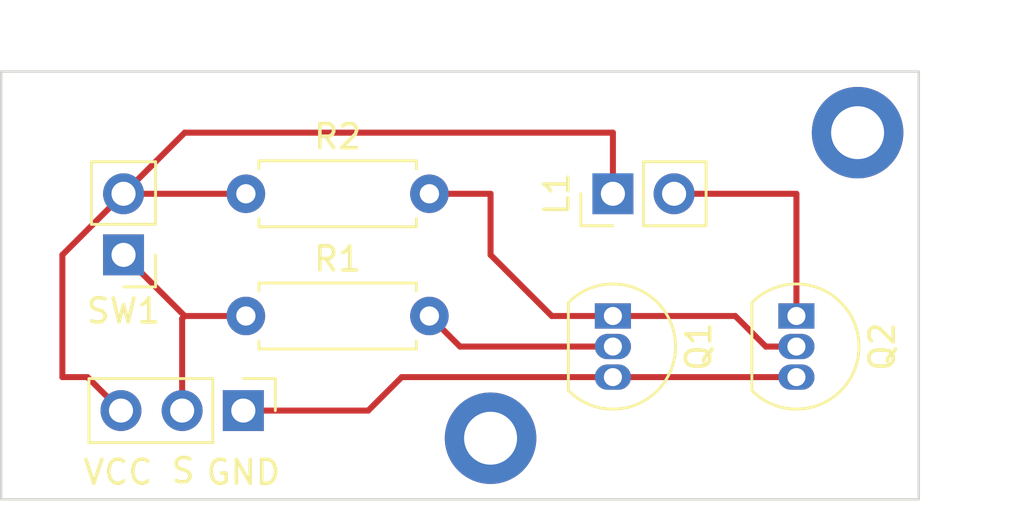
<source format=kicad_pcb>
(kicad_pcb (version 20211014) (generator pcbnew)
  (layers (0 "F.Cu" signal) (31 "B.Cu" signal) (34 "B.Paste" user) (35 "F.Paste" user) (36 "B.SilkS" user "B.Silkscreen") (37 "F.SilkS" user "F.Silkscreen") (38 "B.Mask" user) (39 "F.Mask" user) (44 "Edge.Cuts" user))
  (net 0 "")
  (net 1 "Net-(J1-Pad1)")
  (net 2 "Net-(J1-Pad2)")
  (net 3 "Net-(J1-Pad3)")
  (net 4 "Net-(L1-Pad2)")
  (net 5 "Net-(Q1-Pad1)")
  (net 6 "Net-(Q1-Pad2)")
  (footprint "Connector_PinHeader_2.54mm:PinHeader_1x03_P2.54mm_Vertical" (layer "F.Cu") (at 119.273403 100.450892 -90)
    (fp_text reference "J1" hide)
    (fp_text value "Conn_01x03")
    (fp_line (start -1.33 -1.33) (end 0 -1.33) (layer "F.SilkS") (width 0.12))
    (fp_line (start 1.33 1.27) (end 1.33 6.41) (layer "F.SilkS") (width 0.12))
    (fp_line (start -1.33 1.27) (end -1.33 6.41) (layer "F.SilkS") (width 0.12))
    (fp_line (start -1.33 0) (end -1.33 -1.33) (layer "F.SilkS") (width 0.12))
    (fp_line (start -1.33 6.41) (end 1.33 6.41) (layer "F.SilkS") (width 0.12))
    (fp_line (start -1.33 1.27) (end 1.33 1.27) (layer "F.SilkS") (width 0.12))
    (pad "1" thru_hole rect (at 0 0 270) (size 1.7 1.7) (drill 1) (layers *.Cu *.Mask) (net 1 "Net-(J1-Pad1)"))
    (pad "2" thru_hole oval (at 0 2.54 270) (size 1.7 1.7) (drill 1) (layers *.Cu *.Mask) (net 2 "Net-(J1-Pad2)"))
    (pad "3" thru_hole oval (at 0 5.08 270) (size 1.7 1.7) (drill 1) (layers *.Cu *.Mask) (net 3 "Net-(J1-Pad3)"))
  )
  (footprint "Package_TO_SOT_THT:TO-92_Inline" (layer "F.Cu") (at 134.62 96.52 -90)
    (fp_text reference "Q1" (at 1.27 -3.56 90) (layer "F.SilkS"))
    (fp_text value "BC547")
    (fp_line (start -0.53 1.85) (end 3.07 1.85) (layer "F.SilkS") (width 0.12))
    (fp_arc (start 1.27 -2.6) (mid 3.672087 -0.994977) (end 3.108478 1.838478) (layer "F.SilkS") (width 0.12))
    (fp_arc (start -0.568478 1.838478) (mid -1.132087 -0.994977) (end 1.27 -2.6) (layer "F.SilkS") (width 0.12))
    (pad "1" thru_hole rect (at 0 0 270) (size 1.05 1.5) (drill 0.75) (layers *.Cu *.Mask) (net 5 "Net-(Q1-Pad1)"))
    (pad "2" thru_hole oval (at 1.27 0 270) (size 1.05 1.5) (drill 0.75) (layers *.Cu *.Mask) (net 6 "Net-(Q1-Pad2)"))
    (pad "3" thru_hole oval (at 2.54 0 270) (size 1.05 1.5) (drill 0.75) (layers *.Cu *.Mask) (net 1 "Net-(J1-Pad1)"))
  )
  (footprint "MountingHole:MountingHole_2.2mm_M2_DIN965_Pad" (layer "F.Cu") (at 144.78 88.9)
    (fp_text reference "H2" hide)
    (fp_text value "MountingHole_Pad")
    (pad "1" thru_hole circle (at 0 0) (size 3.8 3.8) (drill 2.2) (layers *.Cu *.Mask))
  )
  (footprint "Connector_PinHeader_2.54mm:PinHeader_1x02_P2.54mm_Vertical" (layer "F.Cu") (at 134.62 91.44 90)
    (fp_text reference "L1" (at 0 -2.33 90) (layer "F.SilkS"))
    (fp_text value "ElectromagneticActor")
    (fp_line (start -1.33 3.87) (end 1.33 3.87) (layer "F.SilkS") (width 0.12))
    (fp_line (start -1.33 1.27) (end -1.33 3.87) (layer "F.SilkS") (width 0.12))
    (fp_line (start 1.33 1.27) (end 1.33 3.87) (layer "F.SilkS") (width 0.12))
    (fp_line (start -1.33 1.27) (end 1.33 1.27) (layer "F.SilkS") (width 0.12))
    (fp_line (start -1.33 0) (end -1.33 -1.33) (layer "F.SilkS") (width 0.12))
    (fp_line (start -1.33 -1.33) (end 0 -1.33) (layer "F.SilkS") (width 0.12))
    (pad "1" thru_hole rect (at 0 0 90) (size 1.7 1.7) (drill 1) (layers *.Cu *.Mask) (net 3 "Net-(J1-Pad3)"))
    (pad "2" thru_hole oval (at 0 2.54 90) (size 1.7 1.7) (drill 1) (layers *.Cu *.Mask) (net 4 "Net-(L1-Pad2)"))
  )
  (footprint "MountingHole:MountingHole_2.2mm_M2_DIN965_Pad" (layer "F.Cu") (at 129.54 101.6)
    (fp_text reference "H1" hide)
    (fp_text value "MountingHole_Pad")
    (pad "1" thru_hole circle (at 0 0) (size 3.8 3.8) (drill 2.2) (layers *.Cu *.Mask))
  )
  (footprint "Connector_PinHeader_2.54mm:PinHeader_1x02_P2.54mm_Vertical" (layer "F.Cu") (at 114.3 93.98 180)
    (fp_text reference "SW1" (at 0 -2.33) (layer "F.SilkS"))
    (fp_text value "SW_DIP_x01")
    (fp_line (start -1.33 0) (end -1.33 -1.33) (layer "F.SilkS") (width 0.12))
    (fp_line (start 1.33 1.27) (end 1.33 3.87) (layer "F.SilkS") (width 0.12))
    (fp_line (start -1.33 1.27) (end 1.33 1.27) (layer "F.SilkS") (width 0.12))
    (fp_line (start -1.33 -1.33) (end 0 -1.33) (layer "F.SilkS") (width 0.12))
    (fp_line (start -1.33 3.87) (end 1.33 3.87) (layer "F.SilkS") (width 0.12))
    (fp_line (start -1.33 1.27) (end -1.33 3.87) (layer "F.SilkS") (width 0.12))
    (pad "1" thru_hole rect (at 0 0 180) (size 1.7 1.7) (drill 1) (layers *.Cu *.Mask) (net 2 "Net-(J1-Pad2)"))
    (pad "2" thru_hole oval (at 0 2.54 180) (size 1.7 1.7) (drill 1) (layers *.Cu *.Mask) (net 3 "Net-(J1-Pad3)"))
  )
  (footprint "Resistor_THT:R_Axial_DIN0207_L6.3mm_D2.5mm_P7.62mm_Horizontal" (layer "F.Cu") (at 119.38 96.52)
    (fp_text reference "R1" (at 3.81 -2.37) (layer "F.SilkS"))
    (fp_text value "1k")
    (fp_line (start 7.08 -1.37) (end 7.08 -1.04) (layer "F.SilkS") (width 0.12))
    (fp_line (start 0.54 1.37) (end 7.08 1.37) (layer "F.SilkS") (width 0.12))
    (fp_line (start 0.54 -1.04) (end 0.54 -1.37) (layer "F.SilkS") (width 0.12))
    (fp_line (start 0.54 1.04) (end 0.54 1.37) (layer "F.SilkS") (width 0.12))
    (fp_line (start 0.54 -1.37) (end 7.08 -1.37) (layer "F.SilkS") (width 0.12))
    (fp_line (start 7.08 1.37) (end 7.08 1.04) (layer "F.SilkS") (width 0.12))
    (pad "1" thru_hole circle (at 0 0) (size 1.6 1.6) (drill 0.8) (layers *.Cu *.Mask) (net 2 "Net-(J1-Pad2)"))
    (pad "2" thru_hole oval (at 7.62 0) (size 1.6 1.6) (drill 0.8) (layers *.Cu *.Mask) (net 6 "Net-(Q1-Pad2)"))
  )
  (footprint "Resistor_THT:R_Axial_DIN0207_L6.3mm_D2.5mm_P7.62mm_Horizontal" (layer "F.Cu") (at 119.38 91.44)
    (fp_text reference "R2" (at 3.81 -2.37) (layer "F.SilkS"))
    (fp_text value "1k")
    (fp_line (start 0.54 -1.37) (end 7.08 -1.37) (layer "F.SilkS") (width 0.12))
    (fp_line (start 0.54 1.37) (end 7.08 1.37) (layer "F.SilkS") (width 0.12))
    (fp_line (start 0.54 1.04) (end 0.54 1.37) (layer "F.SilkS") (width 0.12))
    (fp_line (start 7.08 1.37) (end 7.08 1.04) (layer "F.SilkS") (width 0.12))
    (fp_line (start 0.54 -1.04) (end 0.54 -1.37) (layer "F.SilkS") (width 0.12))
    (fp_line (start 7.08 -1.37) (end 7.08 -1.04) (layer "F.SilkS") (width 0.12))
    (pad "1" thru_hole circle (at 0 0) (size 1.6 1.6) (drill 0.8) (layers *.Cu *.Mask) (net 3 "Net-(J1-Pad3)"))
    (pad "2" thru_hole oval (at 7.62 0) (size 1.6 1.6) (drill 0.8) (layers *.Cu *.Mask) (net 5 "Net-(Q1-Pad1)"))
  )
  (footprint "Package_TO_SOT_THT:TO-92_Inline" (layer "F.Cu") (at 142.24 96.52 -90)
    (fp_text reference "Q2" (at 1.27 -3.56 90) (layer "F.SilkS"))
    (fp_text value "BC547")
    (fp_line (start -0.53 1.85) (end 3.07 1.85) (layer "F.SilkS") (width 0.12))
    (fp_arc (start -0.568478 1.838478) (mid -1.132087 -0.994977) (end 1.27 -2.6) (layer "F.SilkS") (width 0.12))
    (fp_arc (start 1.27 -2.6) (mid 3.672087 -0.994977) (end 3.108478 1.838478) (layer "F.SilkS") (width 0.12))
    (pad "1" thru_hole rect (at 0 0 270) (size 1.05 1.5) (drill 0.75) (layers *.Cu *.Mask) (net 4 "Net-(L1-Pad2)"))
    (pad "2" thru_hole oval (at 1.27 0 270) (size 1.05 1.5) (drill 0.75) (layers *.Cu *.Mask) (net 5 "Net-(Q1-Pad1)"))
    (pad "3" thru_hole oval (at 2.54 0 270) (size 1.05 1.5) (drill 0.75) (layers *.Cu *.Mask) (net 1 "Net-(J1-Pad1)"))
  )
  (gr_line (start 109.22 104.14) (end 109.22 86.36) (layer "Edge.Cuts") (width 0.1))
  (gr_line (start 147.32 86.36) (end 147.32 104.14) (layer "Edge.Cuts") (width 0.1))
  (gr_line (start 147.32 104.14) (end 109.22 104.14) (layer "Edge.Cuts") (width 0.1))
  (gr_line (start 109.22 86.36) (end 147.32 86.36) (layer "Edge.Cuts") (width 0.1))
  (gr_text "VCC" (at 114.066053 103.014281) (layer "F.SilkS") (effects (font (size 1 1))))
  (gr_text "GND" (at 119.273403 103.019485) (layer "F.SilkS") (effects (font (size 1 1))))
  (gr_text "S" (at 116.772405 102.95189) (layer "F.SilkS") (effects (font (size 1 1))))
  (segment (start 134.62 99.06) (end 125.850892 99.06) (width 0.25) (layer "F.Cu") (net 1))
  (segment (start 125.850892 99.06) (end 124.46 100.450892) (width 0.25) (layer "F.Cu") (net 1))
  (segment (start 142.24 99.06) (end 134.62 99.06) (width 0.25) (layer "F.Cu") (net 1))
  (segment (start 124.46 100.450892) (end 119.273403 100.450892) (width 0.25) (layer "F.Cu") (net 1))
  (segment (start 119.38 96.52) (end 116.84 96.52) (width 0.25) (layer "F.Cu") (net 2))
  (segment (start 116.84 96.52) (end 114.3 93.98) (width 0.25) (layer "F.Cu") (net 2))
  (segment (start 116.733403 96.626597) (end 116.733403 100.450892) (width 0.25) (layer "F.Cu") (net 2))
  (segment (start 116.84 96.52) (end 116.733403 96.626597) (width 0.25) (layer "F.Cu") (net 2))
  (segment (start 114.3 91.44) (end 116.84 88.9) (width 0.25) (layer "F.Cu") (net 3))
  (segment (start 116.84 88.9) (end 134.62 88.9) (width 0.25) (layer "F.Cu") (net 3))
  (segment (start 114.3 91.44) (end 119.38 91.44) (width 0.25) (layer "F.Cu") (net 3))
  (segment (start 112.802511 99.06) (end 111.76 99.06) (width 0.25) (layer "F.Cu") (net 3))
  (segment (start 111.76 99.06) (end 111.76 93.98) (width 0.25) (layer "F.Cu") (net 3))
  (segment (start 111.76 93.98) (end 114.3 91.44) (width 0.25) (layer "F.Cu") (net 3))
  (segment (start 114.193403 100.450892) (end 112.802511 99.06) (width 0.25) (layer "F.Cu") (net 3))
  (segment (start 134.62 88.9) (end 134.62 91.44) (width 0.25) (layer "F.Cu") (net 3))
  (segment (start 137.16 91.44) (end 142.24 91.44) (width 0.25) (layer "F.Cu") (net 4))
  (segment (start 142.24 91.44) (end 142.24 96.52) (width 0.25) (layer "F.Cu") (net 4))
  (segment (start 127 91.44) (end 129.54 91.44) (width 0.25) (layer "F.Cu") (net 5))
  (segment (start 139.7 96.52) (end 140.97 97.79) (width 0.25) (layer "F.Cu") (net 5))
  (segment (start 132.08 96.52) (end 134.62 96.52) (width 0.25) (layer "F.Cu") (net 5))
  (segment (start 134.62 96.52) (end 139.7 96.52) (width 0.25) (layer "F.Cu") (net 5))
  (segment (start 129.54 91.44) (end 129.54 93.98) (width 0.25) (layer "F.Cu") (net 5))
  (segment (start 129.54 93.98) (end 132.08 96.52) (width 0.25) (layer "F.Cu") (net 5))
  (segment (start 140.97 97.79) (end 142.24 97.79) (width 0.25) (layer "F.Cu") (net 5))
  (segment (start 128.27 97.79) (end 134.62 97.79) (width 0.25) (layer "F.Cu") (net 6))
  (segment (start 127 96.52) (end 128.27 97.79) (width 0.25) (layer "F.Cu") (net 6))
)
</source>
